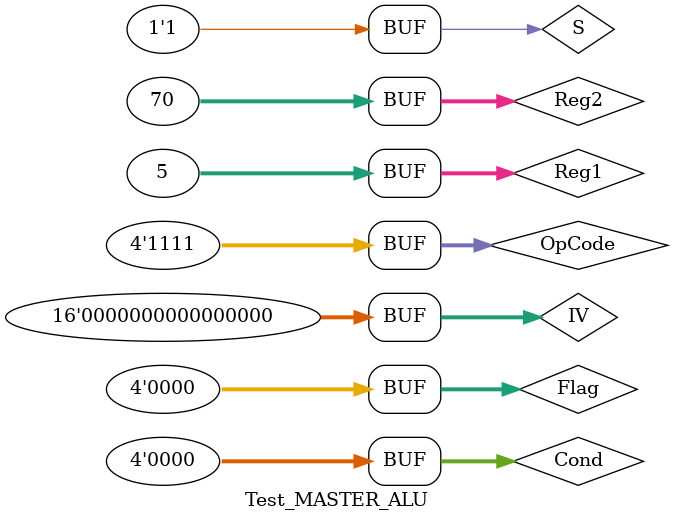
<source format=v>
module Test_MASTER_ALU;	//[N, Z, C, V}]
reg signed [31:0] Reg1, Reg2;
reg S;
reg [15:0] IV;
reg [3:0] OpCode;
reg [3:0] Flag;
reg [3:0] Cond;
wire signed [31:0] Result;
wire [3:0] New_Flag;

initial
begin

Reg1=32'b01100000000000000000000000000000; Reg2=32'b00100000000000000000000000000001; IV=0; OpCode=4'b0000; Cond=0; Flag=4'b0000; S=1; //0000 ADD
#10 Reg1=5; Reg2=7; IV=0; OpCode=4'b0001; Cond=0; S=1;		// 0001 SUB
#10 Reg1=5; Reg2=7; IV=0; OpCode=4'b0010; Cond=0; S=1;		// 0010 MUL
#10 Reg1=5; Reg2=7; IV=0; OpCode=4'b0011; Cond=0; S=1;		// 0011 OR
#10 Reg1=5; Reg2=7; IV=0; OpCode=4'b0100; Cond=0; S=1;		// 0100 AND
#10 Reg1=5; Reg2=70; IV=0; OpCode=4'b0101; Cond=0; S=1;		// 0101 XOR
#10 Reg1=5; Reg2=7; IV=0; OpCode=4'b0110; Cond=0; S=1;		// 0110 MOVn
#10 Reg1=5; Reg2=7; IV=0; OpCode=4'b0111; Cond=0; S=1;		// 0111 MOV
#10 Reg1=5; Reg2=7; IV=0; OpCode=4'b1000; Cond=0; S=1;		// 1000 LSR
#10 Reg1=5; Reg2=7; IV=0; OpCode=4'b1001; Cond=0; S=1;		// 1001 LSL
#10 Reg1=5; Reg2=70; IV=0; OpCode=4'b1010; Cond=0; S=1; 	// 1010 ROR
#10 Reg1=5; Reg2=7; IV=0; OpCode=4'b1011; Cond=0; S=1; 		// 1011 CMP
#10 Reg1=5; Reg2=7; IV=0; OpCode=4'b1100; Cond=0; S=1;		// 1100 ADR
#10 Reg1=5; Reg2=7; IV=0; OpCode=4'b1101; Cond=0; S=1;		// 1101 LDR
#10 Reg1=5; Reg2=7; IV=0; OpCode=4'b1110; Cond=0; S=1;		// 1110 STR
#10 Reg1=5; Reg2=70; IV=0; OpCode=4'b1111; Cond=0; S=1; 	// 1111 NOP
end
initial
begin
$monitor($time, " In1.=%d, In2.=%d, Result=%d, Flag=%b, OpCode=%b ", Reg1, Reg2, Result, New_Flag,OpCode);
end

MASTER_ALU master(Reg1, Reg2, IV, OpCode, Cond, S, Result, Flag, New_Flag);
endmodule

</source>
